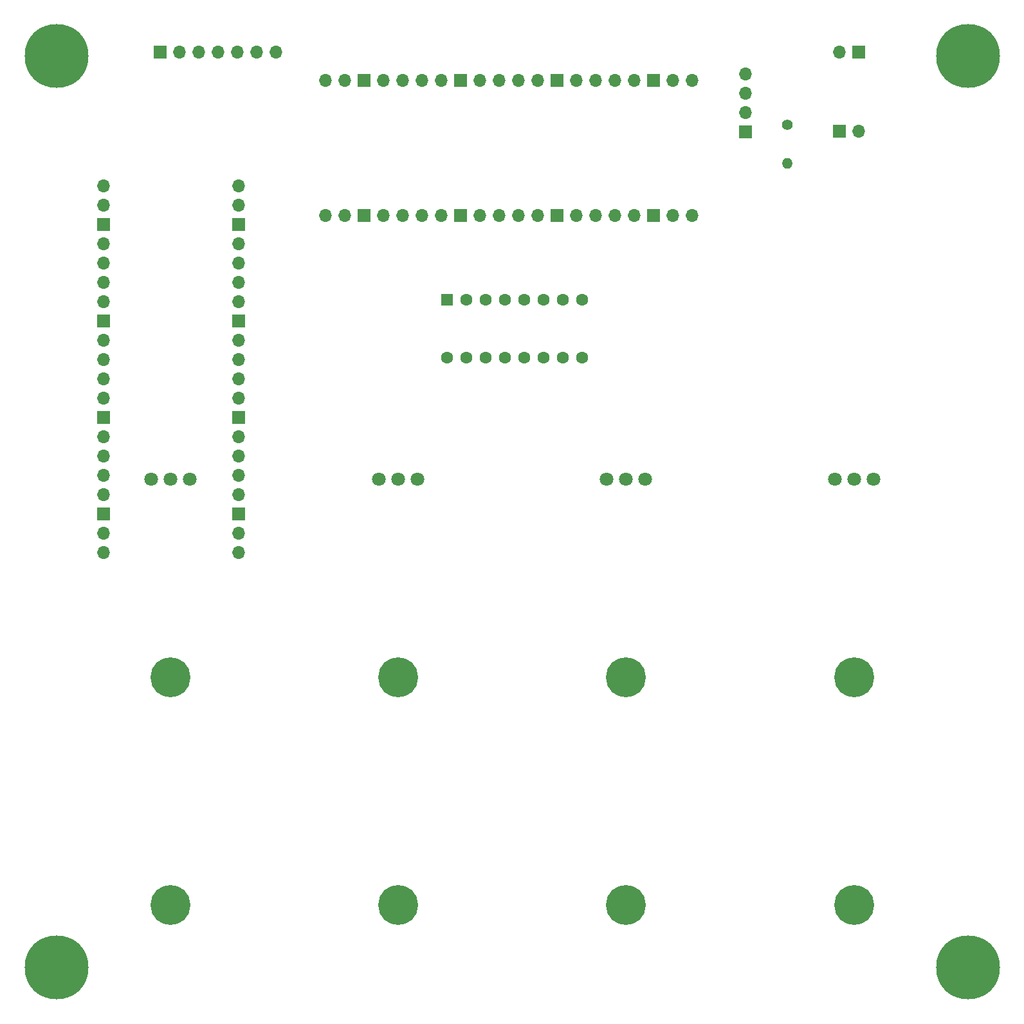
<source format=gbr>
%TF.GenerationSoftware,KiCad,Pcbnew,9.0.1*%
%TF.CreationDate,2025-04-30T14:28:43+02:00*%
%TF.ProjectId,Controller,436f6e74-726f-46c6-9c65-722e6b696361,rev?*%
%TF.SameCoordinates,Original*%
%TF.FileFunction,Soldermask,Top*%
%TF.FilePolarity,Negative*%
%FSLAX46Y46*%
G04 Gerber Fmt 4.6, Leading zero omitted, Abs format (unit mm)*
G04 Created by KiCad (PCBNEW 9.0.1) date 2025-04-30 14:28:43*
%MOMM*%
%LPD*%
G01*
G04 APERTURE LIST*
G04 Aperture macros list*
%AMRoundRect*
0 Rectangle with rounded corners*
0 $1 Rounding radius*
0 $2 $3 $4 $5 $6 $7 $8 $9 X,Y pos of 4 corners*
0 Add a 4 corners polygon primitive as box body*
4,1,4,$2,$3,$4,$5,$6,$7,$8,$9,$2,$3,0*
0 Add four circle primitives for the rounded corners*
1,1,$1+$1,$2,$3*
1,1,$1+$1,$4,$5*
1,1,$1+$1,$6,$7*
1,1,$1+$1,$8,$9*
0 Add four rect primitives between the rounded corners*
20,1,$1+$1,$2,$3,$4,$5,0*
20,1,$1+$1,$4,$5,$6,$7,0*
20,1,$1+$1,$6,$7,$8,$9,0*
20,1,$1+$1,$8,$9,$2,$3,0*%
G04 Aperture macros list end*
%ADD10O,1.700000X1.700000*%
%ADD11R,1.700000X1.700000*%
%ADD12C,5.250000*%
%ADD13C,1.800000*%
%ADD14C,8.400000*%
%ADD15RoundRect,0.250000X-0.550000X0.550000X-0.550000X-0.550000X0.550000X-0.550000X0.550000X0.550000X0*%
%ADD16C,1.600000*%
%ADD17C,1.400000*%
%ADD18O,1.400000X1.400000*%
G04 APERTURE END LIST*
D10*
%TO.C,DISPLAY1*%
X108480000Y-46030000D03*
X105940000Y-46030000D03*
D11*
X103400000Y-46030000D03*
D10*
X100860000Y-46030000D03*
X98320000Y-46030000D03*
X95780000Y-46030000D03*
X93240000Y-46030000D03*
D11*
X90700000Y-46030000D03*
D10*
X88160000Y-46030000D03*
X85620000Y-46030000D03*
X83080000Y-46030000D03*
X80540000Y-46030000D03*
D11*
X78000000Y-46030000D03*
D10*
X75460000Y-46030000D03*
X72920000Y-46030000D03*
X70380000Y-46030000D03*
X67840000Y-46030000D03*
D11*
X65300000Y-46030000D03*
D10*
X62760000Y-46030000D03*
X60220000Y-46030000D03*
X60220000Y-28250000D03*
X62760000Y-28250000D03*
D11*
X65300000Y-28250000D03*
D10*
X67840000Y-28250000D03*
X70380000Y-28250000D03*
X72920000Y-28250000D03*
X75460000Y-28250000D03*
D11*
X78000000Y-28250000D03*
D10*
X80540000Y-28250000D03*
X83080000Y-28250000D03*
X85620000Y-28250000D03*
X88160000Y-28250000D03*
D11*
X90700000Y-28250000D03*
D10*
X93240000Y-28250000D03*
X95780000Y-28250000D03*
X98320000Y-28250000D03*
X100860000Y-28250000D03*
D11*
X103400000Y-28250000D03*
D10*
X105940000Y-28250000D03*
X108480000Y-28250000D03*
%TD*%
D12*
%TO.C,SW4*%
X69750000Y-106776600D03*
%TD*%
%TO.C,SW5*%
X69750000Y-136776600D03*
%TD*%
D13*
%TO.C,RV4*%
X42290000Y-80740000D03*
X39750000Y-80740000D03*
X37210000Y-80740000D03*
%TD*%
D12*
%TO.C,SW6*%
X99750000Y-106776600D03*
%TD*%
D14*
%TO.C,HOLE_2*%
X144750000Y-25040000D03*
%TD*%
D12*
%TO.C,SW3*%
X39750000Y-136776600D03*
%TD*%
D13*
%TO.C,RV1*%
X132290000Y-80740000D03*
X129750000Y-80740000D03*
X127210000Y-80740000D03*
%TD*%
D12*
%TO.C,SW2*%
X39750000Y-106776600D03*
%TD*%
D14*
%TO.C,HOLE_1*%
X24750000Y-25040000D03*
%TD*%
D12*
%TO.C,SW7*%
X99750000Y-136776600D03*
%TD*%
%TO.C,SW8*%
X129750000Y-106776600D03*
%TD*%
%TO.C,SW9*%
X129750000Y-136776600D03*
%TD*%
D14*
%TO.C,HOLE_3*%
X24750000Y-145040000D03*
%TD*%
D13*
%TO.C,RV2*%
X102290000Y-80740000D03*
X99750000Y-80740000D03*
X97210000Y-80740000D03*
%TD*%
D14*
%TO.C,HOLE_4*%
X144750000Y-145040000D03*
%TD*%
D13*
%TO.C,RV3*%
X72290000Y-80740000D03*
X69750000Y-80740000D03*
X67210000Y-80740000D03*
%TD*%
D15*
%TO.C,Multiplexer1*%
X76210000Y-57110000D03*
D16*
X78750000Y-57110000D03*
X81290000Y-57110000D03*
X83830000Y-57110000D03*
X86370000Y-57110000D03*
X88910000Y-57110000D03*
X91450000Y-57110000D03*
X93990000Y-57110000D03*
X93990000Y-64730000D03*
X91450000Y-64730000D03*
X88910000Y-64730000D03*
X86370000Y-64730000D03*
X83830000Y-64730000D03*
X81290000Y-64730000D03*
X78750000Y-64730000D03*
X76210000Y-64730000D03*
%TD*%
D11*
%TO.C,ON/OFF-Switch1*%
X130400000Y-24500000D03*
D10*
X127860000Y-24500000D03*
%TD*%
D11*
%TO.C,R2*%
X127850000Y-34970000D03*
D10*
X130390000Y-34970000D03*
%TD*%
D11*
%TO.C,J1*%
X115500000Y-35000000D03*
D10*
X115500000Y-32460000D03*
X115500000Y-29920000D03*
X115500000Y-27380000D03*
%TD*%
D17*
%TO.C,LDR_R1*%
X121000000Y-34120000D03*
D18*
X121000000Y-39200000D03*
%TD*%
D10*
%TO.C,PICO-1*%
X48770000Y-42138900D03*
X48770000Y-44678900D03*
D11*
X48770000Y-47218900D03*
D10*
X48770000Y-49758900D03*
X48770000Y-52298900D03*
X48770000Y-54838900D03*
X48770000Y-57378900D03*
D11*
X48770000Y-59918900D03*
D10*
X48770000Y-62458900D03*
X48770000Y-64998900D03*
X48770000Y-67538900D03*
X48770000Y-70078900D03*
D11*
X48770000Y-72618900D03*
D10*
X48770000Y-75158900D03*
X48770000Y-77698900D03*
X48770000Y-80238900D03*
X48770000Y-82778900D03*
D11*
X48770000Y-85318900D03*
D10*
X48770000Y-87858900D03*
X48770000Y-90398900D03*
X30990000Y-90398900D03*
X30990000Y-87858900D03*
D11*
X30990000Y-85318900D03*
D10*
X30990000Y-82778900D03*
X30990000Y-80238900D03*
X30990000Y-77698900D03*
X30990000Y-75158900D03*
D11*
X30990000Y-72618900D03*
D10*
X30990000Y-70078900D03*
X30990000Y-67538900D03*
X30990000Y-64998900D03*
X30990000Y-62458900D03*
D11*
X30990000Y-59918900D03*
D10*
X30990000Y-57378900D03*
X30990000Y-54838900D03*
X30990000Y-52298900D03*
X30990000Y-49758900D03*
D11*
X30990000Y-47218900D03*
D10*
X30990000Y-44678900D03*
X30990000Y-42138900D03*
%TD*%
D11*
%TO.C,NFC-1*%
X38460000Y-24500000D03*
D10*
X41000000Y-24500000D03*
X43540000Y-24500000D03*
X46080000Y-24500000D03*
X48620000Y-24500000D03*
X51160000Y-24500000D03*
X53700000Y-24500000D03*
%TD*%
M02*

</source>
